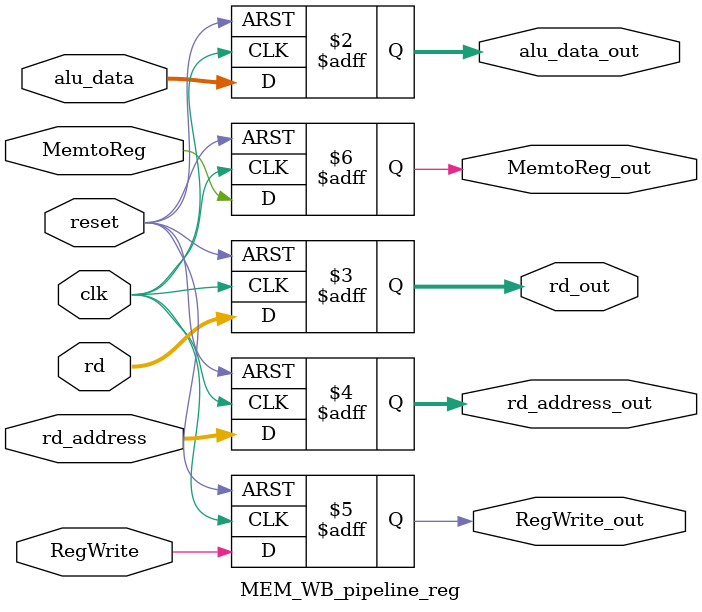
<source format=v>
module MEM_WB_pipeline_reg (
    input wire clk,
    input wire reset,
    
    input wire [31:0] alu_data, 
    input wire [31:0] rd,
    input wire [4:0] rd_address,
    input wire RegWrite,
    input wire MemtoReg,
    
    output reg [31:0] alu_data_out,
    output reg [31:0] rd_out,
    output reg [4:0] rd_address_out, 
    output reg RegWrite_out,
    output reg MemtoReg_out
);

    always @(posedge clk or posedge reset) begin
        if (reset) begin
            alu_data_out <= 32'h0;
            rd_out <= 32'h0;
            rd_address_out <= 5'b0; 
            RegWrite_out <= 1'b0;
            MemtoReg_out <= 1'b0;
        end else begin
            alu_data_out <= alu_data;
            rd_out <= rd;
            rd_address_out <= rd_address;
            RegWrite_out <= RegWrite;
            MemtoReg_out <= MemtoReg;
        end
    end

endmodule

</source>
